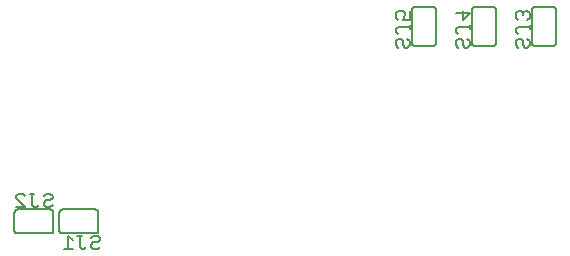
<source format=gbo>
G04 EAGLE Gerber RS-274X export*
G75*
%MOMM*%
%FSLAX34Y34*%
%LPD*%
%INSilkscreen Bottom*%
%IPPOS*%
%AMOC8*
5,1,8,0,0,1.08239X$1,22.5*%
G01*
%ADD10C,0.152400*%
%ADD11C,0.127000*%


D10*
X483870Y530860D02*
X455930Y530860D01*
X483870Y510540D02*
X483970Y510542D01*
X484069Y510548D01*
X484169Y510558D01*
X484267Y510571D01*
X484366Y510589D01*
X484463Y510610D01*
X484559Y510635D01*
X484655Y510664D01*
X484749Y510697D01*
X484842Y510733D01*
X484933Y510773D01*
X485023Y510817D01*
X485111Y510864D01*
X485197Y510914D01*
X485281Y510968D01*
X485363Y511025D01*
X485442Y511085D01*
X485520Y511149D01*
X485594Y511215D01*
X485666Y511284D01*
X485735Y511356D01*
X485801Y511430D01*
X485865Y511508D01*
X485925Y511587D01*
X485982Y511669D01*
X486036Y511753D01*
X486086Y511839D01*
X486133Y511927D01*
X486177Y512017D01*
X486217Y512108D01*
X486253Y512201D01*
X486286Y512295D01*
X486315Y512391D01*
X486340Y512487D01*
X486361Y512584D01*
X486379Y512683D01*
X486392Y512781D01*
X486402Y512881D01*
X486408Y512980D01*
X486410Y513080D01*
X455930Y510540D02*
X455830Y510542D01*
X455731Y510548D01*
X455631Y510558D01*
X455533Y510571D01*
X455434Y510589D01*
X455337Y510610D01*
X455241Y510635D01*
X455145Y510664D01*
X455051Y510697D01*
X454958Y510733D01*
X454867Y510773D01*
X454777Y510817D01*
X454689Y510864D01*
X454603Y510914D01*
X454519Y510968D01*
X454437Y511025D01*
X454358Y511085D01*
X454280Y511149D01*
X454206Y511215D01*
X454134Y511284D01*
X454065Y511356D01*
X453999Y511430D01*
X453935Y511508D01*
X453875Y511587D01*
X453818Y511669D01*
X453764Y511753D01*
X453714Y511839D01*
X453667Y511927D01*
X453623Y512017D01*
X453583Y512108D01*
X453547Y512201D01*
X453514Y512295D01*
X453485Y512391D01*
X453460Y512487D01*
X453439Y512584D01*
X453421Y512683D01*
X453408Y512781D01*
X453398Y512881D01*
X453392Y512980D01*
X453390Y513080D01*
X453390Y528320D02*
X453392Y528420D01*
X453398Y528519D01*
X453408Y528619D01*
X453421Y528717D01*
X453439Y528816D01*
X453460Y528913D01*
X453485Y529009D01*
X453514Y529105D01*
X453547Y529199D01*
X453583Y529292D01*
X453623Y529383D01*
X453667Y529473D01*
X453714Y529561D01*
X453764Y529647D01*
X453818Y529731D01*
X453875Y529813D01*
X453935Y529892D01*
X453999Y529970D01*
X454065Y530044D01*
X454134Y530116D01*
X454206Y530185D01*
X454280Y530251D01*
X454358Y530315D01*
X454437Y530375D01*
X454519Y530432D01*
X454603Y530486D01*
X454689Y530536D01*
X454777Y530583D01*
X454867Y530627D01*
X454958Y530667D01*
X455051Y530703D01*
X455145Y530736D01*
X455241Y530765D01*
X455337Y530790D01*
X455434Y530811D01*
X455533Y530829D01*
X455631Y530842D01*
X455731Y530852D01*
X455830Y530858D01*
X455930Y530860D01*
X483870Y530860D02*
X483970Y530858D01*
X484069Y530852D01*
X484169Y530842D01*
X484267Y530829D01*
X484366Y530811D01*
X484463Y530790D01*
X484559Y530765D01*
X484655Y530736D01*
X484749Y530703D01*
X484842Y530667D01*
X484933Y530627D01*
X485023Y530583D01*
X485111Y530536D01*
X485197Y530486D01*
X485281Y530432D01*
X485363Y530375D01*
X485442Y530315D01*
X485520Y530251D01*
X485594Y530185D01*
X485666Y530116D01*
X485735Y530044D01*
X485801Y529970D01*
X485865Y529892D01*
X485925Y529813D01*
X485982Y529731D01*
X486036Y529647D01*
X486086Y529561D01*
X486133Y529473D01*
X486177Y529383D01*
X486217Y529292D01*
X486253Y529199D01*
X486286Y529105D01*
X486315Y529009D01*
X486340Y528913D01*
X486361Y528816D01*
X486379Y528717D01*
X486392Y528619D01*
X486402Y528519D01*
X486408Y528420D01*
X486410Y528320D01*
X486410Y513080D01*
X453390Y513080D02*
X453390Y528320D01*
X455930Y510540D02*
X483870Y510540D01*
D11*
X482117Y508645D02*
X480210Y506738D01*
X482117Y508645D02*
X485930Y508645D01*
X487837Y506738D01*
X487837Y504832D01*
X485930Y502925D01*
X482117Y502925D01*
X480210Y501018D01*
X480210Y499112D01*
X482117Y497205D01*
X485930Y497205D01*
X487837Y499112D01*
X476143Y499112D02*
X474236Y497205D01*
X472330Y497205D01*
X470423Y499112D01*
X470423Y508645D01*
X468517Y508645D02*
X472330Y508645D01*
X464449Y504832D02*
X460636Y508645D01*
X460636Y497205D01*
X464449Y497205D02*
X456823Y497205D01*
D10*
X445770Y510540D02*
X417830Y510540D01*
X415290Y528320D02*
X415292Y528420D01*
X415298Y528519D01*
X415308Y528619D01*
X415321Y528717D01*
X415339Y528816D01*
X415360Y528913D01*
X415385Y529009D01*
X415414Y529105D01*
X415447Y529199D01*
X415483Y529292D01*
X415523Y529383D01*
X415567Y529473D01*
X415614Y529561D01*
X415664Y529647D01*
X415718Y529731D01*
X415775Y529813D01*
X415835Y529892D01*
X415899Y529970D01*
X415965Y530044D01*
X416034Y530116D01*
X416106Y530185D01*
X416180Y530251D01*
X416258Y530315D01*
X416337Y530375D01*
X416419Y530432D01*
X416503Y530486D01*
X416589Y530536D01*
X416677Y530583D01*
X416767Y530627D01*
X416858Y530667D01*
X416951Y530703D01*
X417045Y530736D01*
X417141Y530765D01*
X417237Y530790D01*
X417334Y530811D01*
X417433Y530829D01*
X417531Y530842D01*
X417631Y530852D01*
X417730Y530858D01*
X417830Y530860D01*
X445770Y530860D02*
X445870Y530858D01*
X445969Y530852D01*
X446069Y530842D01*
X446167Y530829D01*
X446266Y530811D01*
X446363Y530790D01*
X446459Y530765D01*
X446555Y530736D01*
X446649Y530703D01*
X446742Y530667D01*
X446833Y530627D01*
X446923Y530583D01*
X447011Y530536D01*
X447097Y530486D01*
X447181Y530432D01*
X447263Y530375D01*
X447342Y530315D01*
X447420Y530251D01*
X447494Y530185D01*
X447566Y530116D01*
X447635Y530044D01*
X447701Y529970D01*
X447765Y529892D01*
X447825Y529813D01*
X447882Y529731D01*
X447936Y529647D01*
X447986Y529561D01*
X448033Y529473D01*
X448077Y529383D01*
X448117Y529292D01*
X448153Y529199D01*
X448186Y529105D01*
X448215Y529009D01*
X448240Y528913D01*
X448261Y528816D01*
X448279Y528717D01*
X448292Y528619D01*
X448302Y528519D01*
X448308Y528420D01*
X448310Y528320D01*
X448310Y513080D02*
X448308Y512980D01*
X448302Y512881D01*
X448292Y512781D01*
X448279Y512683D01*
X448261Y512584D01*
X448240Y512487D01*
X448215Y512391D01*
X448186Y512295D01*
X448153Y512201D01*
X448117Y512108D01*
X448077Y512017D01*
X448033Y511927D01*
X447986Y511839D01*
X447936Y511753D01*
X447882Y511669D01*
X447825Y511587D01*
X447765Y511508D01*
X447701Y511430D01*
X447635Y511356D01*
X447566Y511284D01*
X447494Y511215D01*
X447420Y511149D01*
X447342Y511085D01*
X447263Y511025D01*
X447181Y510968D01*
X447097Y510914D01*
X447011Y510864D01*
X446923Y510817D01*
X446833Y510773D01*
X446742Y510733D01*
X446649Y510697D01*
X446555Y510664D01*
X446459Y510635D01*
X446363Y510610D01*
X446266Y510589D01*
X446167Y510571D01*
X446069Y510558D01*
X445969Y510548D01*
X445870Y510542D01*
X445770Y510540D01*
X417830Y510540D02*
X417730Y510542D01*
X417631Y510548D01*
X417531Y510558D01*
X417433Y510571D01*
X417334Y510589D01*
X417237Y510610D01*
X417141Y510635D01*
X417045Y510664D01*
X416951Y510697D01*
X416858Y510733D01*
X416767Y510773D01*
X416677Y510817D01*
X416589Y510864D01*
X416503Y510914D01*
X416419Y510968D01*
X416337Y511025D01*
X416258Y511085D01*
X416180Y511149D01*
X416106Y511215D01*
X416034Y511284D01*
X415965Y511356D01*
X415899Y511430D01*
X415835Y511508D01*
X415775Y511587D01*
X415718Y511669D01*
X415664Y511753D01*
X415614Y511839D01*
X415567Y511927D01*
X415523Y512017D01*
X415483Y512108D01*
X415447Y512201D01*
X415414Y512295D01*
X415385Y512391D01*
X415360Y512487D01*
X415339Y512584D01*
X415321Y512683D01*
X415308Y512781D01*
X415298Y512881D01*
X415292Y512980D01*
X415290Y513080D01*
X415290Y528320D01*
X448310Y528320D02*
X448310Y513080D01*
X445770Y530860D02*
X417830Y530860D01*
D11*
X440049Y542298D02*
X441955Y544205D01*
X445768Y544205D01*
X447675Y542298D01*
X447675Y540392D01*
X445768Y538485D01*
X441955Y538485D01*
X440049Y536578D01*
X440049Y534672D01*
X441955Y532765D01*
X445768Y532765D01*
X447675Y534672D01*
X435981Y534672D02*
X434074Y532765D01*
X432168Y532765D01*
X430261Y534672D01*
X430261Y544205D01*
X428355Y544205D02*
X432168Y544205D01*
X424287Y532765D02*
X416661Y532765D01*
X424287Y532765D02*
X416661Y540392D01*
X416661Y542298D01*
X418567Y544205D01*
X422380Y544205D01*
X424287Y542298D01*
D10*
X873760Y671830D02*
X873760Y699770D01*
X853440Y671830D02*
X853442Y671730D01*
X853448Y671631D01*
X853458Y671531D01*
X853471Y671433D01*
X853489Y671334D01*
X853510Y671237D01*
X853535Y671141D01*
X853564Y671045D01*
X853597Y670951D01*
X853633Y670858D01*
X853673Y670767D01*
X853717Y670677D01*
X853764Y670589D01*
X853814Y670503D01*
X853868Y670419D01*
X853925Y670337D01*
X853985Y670258D01*
X854049Y670180D01*
X854115Y670106D01*
X854184Y670034D01*
X854256Y669965D01*
X854330Y669899D01*
X854408Y669835D01*
X854487Y669775D01*
X854569Y669718D01*
X854653Y669664D01*
X854739Y669614D01*
X854827Y669567D01*
X854917Y669523D01*
X855008Y669483D01*
X855101Y669447D01*
X855195Y669414D01*
X855291Y669385D01*
X855387Y669360D01*
X855484Y669339D01*
X855583Y669321D01*
X855681Y669308D01*
X855781Y669298D01*
X855880Y669292D01*
X855980Y669290D01*
X853440Y699770D02*
X853442Y699870D01*
X853448Y699969D01*
X853458Y700069D01*
X853471Y700167D01*
X853489Y700266D01*
X853510Y700363D01*
X853535Y700459D01*
X853564Y700555D01*
X853597Y700649D01*
X853633Y700742D01*
X853673Y700833D01*
X853717Y700923D01*
X853764Y701011D01*
X853814Y701097D01*
X853868Y701181D01*
X853925Y701263D01*
X853985Y701342D01*
X854049Y701420D01*
X854115Y701494D01*
X854184Y701566D01*
X854256Y701635D01*
X854330Y701701D01*
X854408Y701765D01*
X854487Y701825D01*
X854569Y701882D01*
X854653Y701936D01*
X854739Y701986D01*
X854827Y702033D01*
X854917Y702077D01*
X855008Y702117D01*
X855101Y702153D01*
X855195Y702186D01*
X855291Y702215D01*
X855387Y702240D01*
X855484Y702261D01*
X855583Y702279D01*
X855681Y702292D01*
X855781Y702302D01*
X855880Y702308D01*
X855980Y702310D01*
X871220Y702310D02*
X871320Y702308D01*
X871419Y702302D01*
X871519Y702292D01*
X871617Y702279D01*
X871716Y702261D01*
X871813Y702240D01*
X871909Y702215D01*
X872005Y702186D01*
X872099Y702153D01*
X872192Y702117D01*
X872283Y702077D01*
X872373Y702033D01*
X872461Y701986D01*
X872547Y701936D01*
X872631Y701882D01*
X872713Y701825D01*
X872792Y701765D01*
X872870Y701701D01*
X872944Y701635D01*
X873016Y701566D01*
X873085Y701494D01*
X873151Y701420D01*
X873215Y701342D01*
X873275Y701263D01*
X873332Y701181D01*
X873386Y701097D01*
X873436Y701011D01*
X873483Y700923D01*
X873527Y700833D01*
X873567Y700742D01*
X873603Y700649D01*
X873636Y700555D01*
X873665Y700459D01*
X873690Y700363D01*
X873711Y700266D01*
X873729Y700167D01*
X873742Y700069D01*
X873752Y699969D01*
X873758Y699870D01*
X873760Y699770D01*
X873760Y671830D02*
X873758Y671730D01*
X873752Y671631D01*
X873742Y671531D01*
X873729Y671433D01*
X873711Y671334D01*
X873690Y671237D01*
X873665Y671141D01*
X873636Y671045D01*
X873603Y670951D01*
X873567Y670858D01*
X873527Y670767D01*
X873483Y670677D01*
X873436Y670589D01*
X873386Y670503D01*
X873332Y670419D01*
X873275Y670337D01*
X873215Y670258D01*
X873151Y670180D01*
X873085Y670106D01*
X873016Y670034D01*
X872944Y669965D01*
X872870Y669899D01*
X872792Y669835D01*
X872713Y669775D01*
X872631Y669718D01*
X872547Y669664D01*
X872461Y669614D01*
X872373Y669567D01*
X872283Y669523D01*
X872192Y669483D01*
X872099Y669447D01*
X872005Y669414D01*
X871909Y669385D01*
X871813Y669360D01*
X871716Y669339D01*
X871617Y669321D01*
X871519Y669308D01*
X871419Y669298D01*
X871320Y669292D01*
X871220Y669290D01*
X855980Y669290D01*
X855980Y702310D02*
X871220Y702310D01*
X853440Y699770D02*
X853440Y671830D01*
D11*
X851545Y673583D02*
X849638Y675490D01*
X851545Y673583D02*
X851545Y669770D01*
X849638Y667863D01*
X847732Y667863D01*
X845825Y669770D01*
X845825Y673583D01*
X843918Y675490D01*
X842012Y675490D01*
X840105Y673583D01*
X840105Y669770D01*
X842012Y667863D01*
X842012Y679557D02*
X840105Y681464D01*
X840105Y683370D01*
X842012Y685277D01*
X851545Y685277D01*
X851545Y683370D02*
X851545Y687184D01*
X849638Y691251D02*
X851545Y693158D01*
X851545Y696971D01*
X849638Y698877D01*
X847732Y698877D01*
X845825Y696971D01*
X845825Y695064D01*
X845825Y696971D02*
X843918Y698877D01*
X842012Y698877D01*
X840105Y696971D01*
X840105Y693158D01*
X842012Y691251D01*
D10*
X822960Y699770D02*
X822960Y671830D01*
X805180Y669290D02*
X805080Y669292D01*
X804981Y669298D01*
X804881Y669308D01*
X804783Y669321D01*
X804684Y669339D01*
X804587Y669360D01*
X804491Y669385D01*
X804395Y669414D01*
X804301Y669447D01*
X804208Y669483D01*
X804117Y669523D01*
X804027Y669567D01*
X803939Y669614D01*
X803853Y669664D01*
X803769Y669718D01*
X803687Y669775D01*
X803608Y669835D01*
X803530Y669899D01*
X803456Y669965D01*
X803384Y670034D01*
X803315Y670106D01*
X803249Y670180D01*
X803185Y670258D01*
X803125Y670337D01*
X803068Y670419D01*
X803014Y670503D01*
X802964Y670589D01*
X802917Y670677D01*
X802873Y670767D01*
X802833Y670858D01*
X802797Y670951D01*
X802764Y671045D01*
X802735Y671141D01*
X802710Y671237D01*
X802689Y671334D01*
X802671Y671433D01*
X802658Y671531D01*
X802648Y671631D01*
X802642Y671730D01*
X802640Y671830D01*
X802640Y699770D02*
X802642Y699870D01*
X802648Y699969D01*
X802658Y700069D01*
X802671Y700167D01*
X802689Y700266D01*
X802710Y700363D01*
X802735Y700459D01*
X802764Y700555D01*
X802797Y700649D01*
X802833Y700742D01*
X802873Y700833D01*
X802917Y700923D01*
X802964Y701011D01*
X803014Y701097D01*
X803068Y701181D01*
X803125Y701263D01*
X803185Y701342D01*
X803249Y701420D01*
X803315Y701494D01*
X803384Y701566D01*
X803456Y701635D01*
X803530Y701701D01*
X803608Y701765D01*
X803687Y701825D01*
X803769Y701882D01*
X803853Y701936D01*
X803939Y701986D01*
X804027Y702033D01*
X804117Y702077D01*
X804208Y702117D01*
X804301Y702153D01*
X804395Y702186D01*
X804491Y702215D01*
X804587Y702240D01*
X804684Y702261D01*
X804783Y702279D01*
X804881Y702292D01*
X804981Y702302D01*
X805080Y702308D01*
X805180Y702310D01*
X820420Y702310D02*
X820520Y702308D01*
X820619Y702302D01*
X820719Y702292D01*
X820817Y702279D01*
X820916Y702261D01*
X821013Y702240D01*
X821109Y702215D01*
X821205Y702186D01*
X821299Y702153D01*
X821392Y702117D01*
X821483Y702077D01*
X821573Y702033D01*
X821661Y701986D01*
X821747Y701936D01*
X821831Y701882D01*
X821913Y701825D01*
X821992Y701765D01*
X822070Y701701D01*
X822144Y701635D01*
X822216Y701566D01*
X822285Y701494D01*
X822351Y701420D01*
X822415Y701342D01*
X822475Y701263D01*
X822532Y701181D01*
X822586Y701097D01*
X822636Y701011D01*
X822683Y700923D01*
X822727Y700833D01*
X822767Y700742D01*
X822803Y700649D01*
X822836Y700555D01*
X822865Y700459D01*
X822890Y700363D01*
X822911Y700266D01*
X822929Y700167D01*
X822942Y700069D01*
X822952Y699969D01*
X822958Y699870D01*
X822960Y699770D01*
X822960Y671830D02*
X822958Y671730D01*
X822952Y671631D01*
X822942Y671531D01*
X822929Y671433D01*
X822911Y671334D01*
X822890Y671237D01*
X822865Y671141D01*
X822836Y671045D01*
X822803Y670951D01*
X822767Y670858D01*
X822727Y670767D01*
X822683Y670677D01*
X822636Y670589D01*
X822586Y670503D01*
X822532Y670419D01*
X822475Y670337D01*
X822415Y670258D01*
X822351Y670180D01*
X822285Y670106D01*
X822216Y670034D01*
X822144Y669965D01*
X822070Y669899D01*
X821992Y669835D01*
X821913Y669775D01*
X821831Y669718D01*
X821747Y669664D01*
X821661Y669614D01*
X821573Y669567D01*
X821483Y669523D01*
X821392Y669483D01*
X821299Y669447D01*
X821205Y669414D01*
X821109Y669385D01*
X821013Y669360D01*
X820916Y669339D01*
X820817Y669321D01*
X820719Y669308D01*
X820619Y669298D01*
X820520Y669292D01*
X820420Y669290D01*
X805180Y669290D01*
X805180Y702310D02*
X820420Y702310D01*
X802640Y699770D02*
X802640Y671830D01*
D11*
X800745Y673583D02*
X798838Y675490D01*
X800745Y673583D02*
X800745Y669770D01*
X798838Y667863D01*
X796932Y667863D01*
X795025Y669770D01*
X795025Y673583D01*
X793118Y675490D01*
X791212Y675490D01*
X789305Y673583D01*
X789305Y669770D01*
X791212Y667863D01*
X791212Y679557D02*
X789305Y681464D01*
X789305Y683370D01*
X791212Y685277D01*
X800745Y685277D01*
X800745Y683370D02*
X800745Y687184D01*
X800745Y696971D02*
X789305Y696971D01*
X795025Y691251D02*
X800745Y696971D01*
X795025Y698877D02*
X795025Y691251D01*
D10*
X772160Y699770D02*
X772160Y671830D01*
X754380Y669290D02*
X754280Y669292D01*
X754181Y669298D01*
X754081Y669308D01*
X753983Y669321D01*
X753884Y669339D01*
X753787Y669360D01*
X753691Y669385D01*
X753595Y669414D01*
X753501Y669447D01*
X753408Y669483D01*
X753317Y669523D01*
X753227Y669567D01*
X753139Y669614D01*
X753053Y669664D01*
X752969Y669718D01*
X752887Y669775D01*
X752808Y669835D01*
X752730Y669899D01*
X752656Y669965D01*
X752584Y670034D01*
X752515Y670106D01*
X752449Y670180D01*
X752385Y670258D01*
X752325Y670337D01*
X752268Y670419D01*
X752214Y670503D01*
X752164Y670589D01*
X752117Y670677D01*
X752073Y670767D01*
X752033Y670858D01*
X751997Y670951D01*
X751964Y671045D01*
X751935Y671141D01*
X751910Y671237D01*
X751889Y671334D01*
X751871Y671433D01*
X751858Y671531D01*
X751848Y671631D01*
X751842Y671730D01*
X751840Y671830D01*
X751840Y699770D02*
X751842Y699870D01*
X751848Y699969D01*
X751858Y700069D01*
X751871Y700167D01*
X751889Y700266D01*
X751910Y700363D01*
X751935Y700459D01*
X751964Y700555D01*
X751997Y700649D01*
X752033Y700742D01*
X752073Y700833D01*
X752117Y700923D01*
X752164Y701011D01*
X752214Y701097D01*
X752268Y701181D01*
X752325Y701263D01*
X752385Y701342D01*
X752449Y701420D01*
X752515Y701494D01*
X752584Y701566D01*
X752656Y701635D01*
X752730Y701701D01*
X752808Y701765D01*
X752887Y701825D01*
X752969Y701882D01*
X753053Y701936D01*
X753139Y701986D01*
X753227Y702033D01*
X753317Y702077D01*
X753408Y702117D01*
X753501Y702153D01*
X753595Y702186D01*
X753691Y702215D01*
X753787Y702240D01*
X753884Y702261D01*
X753983Y702279D01*
X754081Y702292D01*
X754181Y702302D01*
X754280Y702308D01*
X754380Y702310D01*
X769620Y702310D02*
X769720Y702308D01*
X769819Y702302D01*
X769919Y702292D01*
X770017Y702279D01*
X770116Y702261D01*
X770213Y702240D01*
X770309Y702215D01*
X770405Y702186D01*
X770499Y702153D01*
X770592Y702117D01*
X770683Y702077D01*
X770773Y702033D01*
X770861Y701986D01*
X770947Y701936D01*
X771031Y701882D01*
X771113Y701825D01*
X771192Y701765D01*
X771270Y701701D01*
X771344Y701635D01*
X771416Y701566D01*
X771485Y701494D01*
X771551Y701420D01*
X771615Y701342D01*
X771675Y701263D01*
X771732Y701181D01*
X771786Y701097D01*
X771836Y701011D01*
X771883Y700923D01*
X771927Y700833D01*
X771967Y700742D01*
X772003Y700649D01*
X772036Y700555D01*
X772065Y700459D01*
X772090Y700363D01*
X772111Y700266D01*
X772129Y700167D01*
X772142Y700069D01*
X772152Y699969D01*
X772158Y699870D01*
X772160Y699770D01*
X772160Y671830D02*
X772158Y671730D01*
X772152Y671631D01*
X772142Y671531D01*
X772129Y671433D01*
X772111Y671334D01*
X772090Y671237D01*
X772065Y671141D01*
X772036Y671045D01*
X772003Y670951D01*
X771967Y670858D01*
X771927Y670767D01*
X771883Y670677D01*
X771836Y670589D01*
X771786Y670503D01*
X771732Y670419D01*
X771675Y670337D01*
X771615Y670258D01*
X771551Y670180D01*
X771485Y670106D01*
X771416Y670034D01*
X771344Y669965D01*
X771270Y669899D01*
X771192Y669835D01*
X771113Y669775D01*
X771031Y669718D01*
X770947Y669664D01*
X770861Y669614D01*
X770773Y669567D01*
X770683Y669523D01*
X770592Y669483D01*
X770499Y669447D01*
X770405Y669414D01*
X770309Y669385D01*
X770213Y669360D01*
X770116Y669339D01*
X770017Y669321D01*
X769919Y669308D01*
X769819Y669298D01*
X769720Y669292D01*
X769620Y669290D01*
X754380Y669290D01*
X754380Y702310D02*
X769620Y702310D01*
X751840Y699770D02*
X751840Y671830D01*
D11*
X749945Y673583D02*
X748038Y675490D01*
X749945Y673583D02*
X749945Y669770D01*
X748038Y667863D01*
X746132Y667863D01*
X744225Y669770D01*
X744225Y673583D01*
X742318Y675490D01*
X740412Y675490D01*
X738505Y673583D01*
X738505Y669770D01*
X740412Y667863D01*
X740412Y679557D02*
X738505Y681464D01*
X738505Y683370D01*
X740412Y685277D01*
X749945Y685277D01*
X749945Y683370D02*
X749945Y687184D01*
X749945Y691251D02*
X749945Y698877D01*
X749945Y691251D02*
X744225Y691251D01*
X746132Y695064D01*
X746132Y696971D01*
X744225Y698877D01*
X740412Y698877D01*
X738505Y696971D01*
X738505Y693158D01*
X740412Y691251D01*
M02*

</source>
